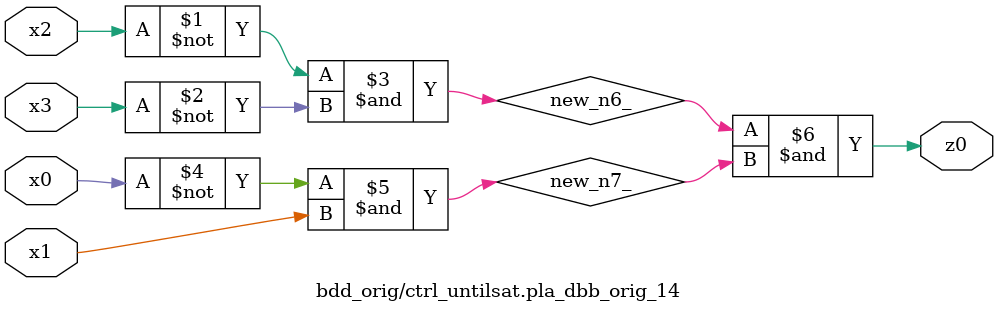
<source format=v>

module \bdd_orig/ctrl_untilsat.pla_dbb_orig_14  ( 
    x0, x1, x2, x3,
    z0  );
  input  x0, x1, x2, x3;
  output z0;
  wire new_n6_, new_n7_;
  assign new_n6_ = ~x2 & ~x3;
  assign new_n7_ = ~x0 & x1;
  assign z0 = new_n6_ & new_n7_;
endmodule



</source>
